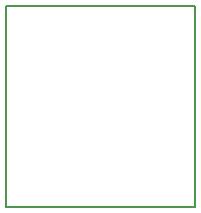
<source format=gm1>
%TF.GenerationSoftware,KiCad,Pcbnew,5.99.0-unknown-dd5676f4bc~131~ubuntu20.04.1*%
%TF.CreationDate,2021-11-28T03:13:37-08:00*%
%TF.ProjectId,breakout,62726561-6b6f-4757-942e-6b696361645f,rev?*%
%TF.SameCoordinates,Original*%
%TF.FileFunction,Profile,NP*%
%FSLAX46Y46*%
G04 Gerber Fmt 4.6, Leading zero omitted, Abs format (unit mm)*
G04 Created by KiCad (PCBNEW 5.99.0-unknown-dd5676f4bc~131~ubuntu20.04.1) date 2021-11-28 03:13:37*
%MOMM*%
%LPD*%
G01*
G04 APERTURE LIST*
%TA.AperFunction,Profile*%
%ADD10C,0.200000*%
%TD*%
G04 APERTURE END LIST*
D10*
X114000000Y-89000000D02*
X130000000Y-89000000D01*
X130000000Y-89000000D02*
X130000000Y-106000000D01*
X130000000Y-106000000D02*
X114000000Y-106000000D01*
X114000000Y-106000000D02*
X114000000Y-89000000D01*
M02*

</source>
